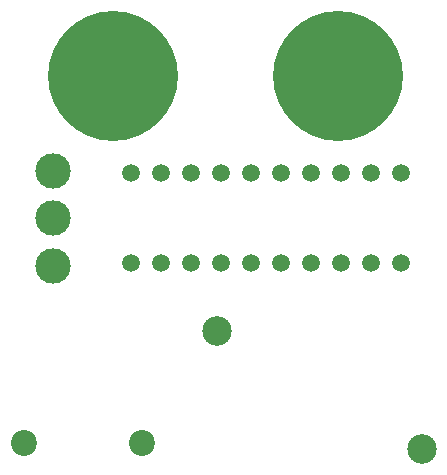
<source format=gts>
%FSLAX34Y34*%
G04 Gerber Fmt 3.4, Leading zero omitted, Abs format*
G04 (created by PCBNEW (2014-01-30 BZR 4648)-product) date Sun Feb 23 14:33:07 2014*
%MOIN*%
G01*
G70*
G90*
G04 APERTURE LIST*
%ADD10C,0.013780*%
%ADD11C,0.433071*%
%ADD12C,0.118110*%
%ADD13C,0.059055*%
%ADD14C,0.086614*%
%ADD15C,0.098425*%
G04 APERTURE END LIST*
G54D10*
G54D11*
X4250Y13750D03*
X11750Y13750D03*
G54D12*
X2250Y7425D03*
X2250Y9000D03*
X2250Y10574D03*
G54D13*
X12875Y7500D03*
X12875Y10500D03*
X13875Y7500D03*
X13875Y10500D03*
X7875Y10500D03*
X6875Y10500D03*
X5875Y10500D03*
X4875Y10500D03*
X8875Y10500D03*
X9875Y10500D03*
X10875Y10500D03*
X4875Y7500D03*
X5875Y7500D03*
X6875Y7500D03*
X7875Y7500D03*
X8875Y7500D03*
X9875Y7500D03*
X10875Y7500D03*
G54D14*
X5218Y1500D03*
X1281Y1500D03*
G54D13*
X11875Y10500D03*
X11875Y7500D03*
G54D15*
X14545Y1318D03*
X7726Y5255D03*
M02*

</source>
